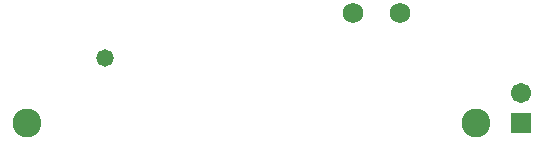
<source format=gbs>
G04 Layer_Color=16711935*
%FSLAX25Y25*%
%MOIN*%
G70*
G01*
G75*
%ADD67C,0.09587*%
%ADD68C,0.06800*%
%ADD69R,0.06706X0.06706*%
%ADD70C,0.06706*%
%ADD71C,0.05800*%
D67*
X25256Y44000D02*
D03*
X174744D02*
D03*
D68*
X133858Y80600D02*
D03*
X149606D02*
D03*
D69*
X189834Y44059D02*
D03*
D70*
Y54059D02*
D03*
D71*
X51200Y65700D02*
D03*
M02*

</source>
